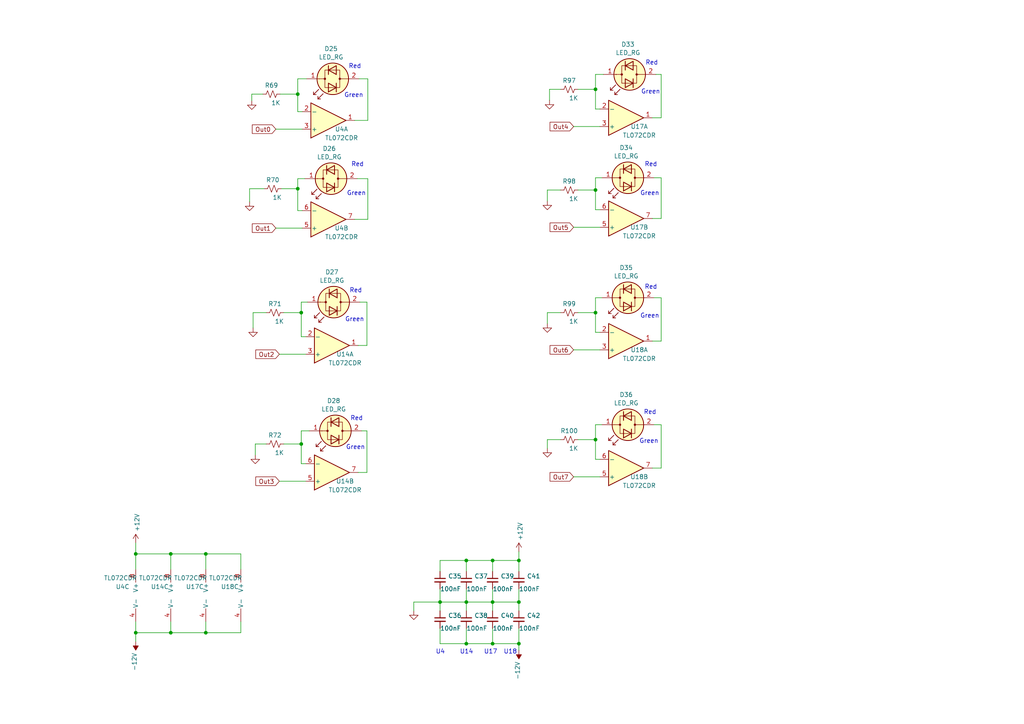
<source format=kicad_sch>
(kicad_sch (version 20231120) (generator "eeschema") (generator_version "8.0")
  (paper "A4")
  (title_block (title "Thor's Arsenal") (rev "0.2"))
  (lib_symbols
    (symbol "Amplifier_Operational:TL072" (pin_names (offset 0.127))
      (property "Reference" "U" (at 0 5.08 0))
      (property "Value" "TL072" (at 0 -5.08 0))
      (symbol "TL072_1_1"
        (polyline (pts (xy -5.08 5.08) (xy 5.08 0) (xy -5.08 -5.08) (xy -5.08 5.08)) (stroke (width 0.254)) (fill (type background)))
        (pin output line (at 7.62 0 180) (length 2.54) (name "~") (number "1"))
        (pin input line (at -7.62 -2.54 0) (length 2.54) (name "-") (number "2"))
        (pin input line (at -7.62 2.54 0) (length 2.54) (name "+") (number "3"))
      )
      (symbol "TL072_2_1"
        (polyline (pts (xy -5.08 5.08) (xy 5.08 0) (xy -5.08 -5.08) (xy -5.08 5.08)) (stroke (width 0.254)) (fill (type background)))
        (pin input line (at -7.62 2.54 0) (length 2.54) (name "+") (number "5"))
        (pin input line (at -7.62 -2.54 0) (length 2.54) (name "-") (number "6"))
        (pin output line (at 7.62 0 180) (length 2.54) (name "~") (number "7"))
      )
      (symbol "TL072_3_1"
        (pin power_in line (at -2.54 -7.62 90) (length 3.81) (name "V-") (number "4"))
        (pin power_in line (at -2.54 7.62 270) (length 3.81) (name "V+") (number "8"))
      )
    )
    (symbol "Device:C_Small" (pin_numbers hide) (pin_names (offset 0.254) hide)
      (property "Reference" "C" (at 0.254 1.778 0))
      (property "Value" "C_Small" (at 0.254 -2.032 0))
      (symbol "C_Small_0_1"
        (polyline (pts (xy -1.524 -0.508) (xy 1.524 -0.508)) (stroke (width 0.3302)))
        (polyline (pts (xy -1.524 0.508) (xy 1.524 0.508)) (stroke (width 0.3048)))
      )
      (symbol "C_Small_1_1"
        (pin passive line (at 0 2.54 270) (length 2.032) (name "~") (number "1"))
        (pin passive line (at 0 -2.54 90) (length 2.032) (name "~") (number "2"))
      )
    )
    (symbol "Device:LED_Dual_Bidirectional" (pin_names (offset 0) hide)
      (property "Reference" "D" (at 0 5.715 0))
      (property "Value" "LED_Dual_Bidirectional" (at 0 -6.35 0))
      (symbol "LED_Dual_Bidirectional_0_1"
        (circle (center -2.032 0) (radius 0.254) (fill (type outline)))
        (polyline (pts (xy -4.572 0) (xy -2.54 0)))
        (polyline (pts (xy -2.032 0) (xy -2.54 0)))
        (polyline (pts (xy -1.016 3.81) (xy -1.016 1.27)) (stroke (width 0.254)))
        (polyline (pts (xy 1.27 -1.27) (xy 1.27 -3.81)) (stroke (width 0.254)))
        (polyline (pts (xy 4.064 0) (xy 2.286 0)) (fill (type outline)))
        (polyline (pts (xy 4.318 5.842) (xy 4.318 5.08)) (stroke (width 0.2032)))
        (polyline (pts (xy 5.588 4.572) (xy 5.588 3.81)) (stroke (width 0.2032)))
        (polyline (pts (xy 2.794 4.318) (xy 4.318 5.842) (xy 3.556 5.842)) (stroke (width 0.2032)))
        (polyline (pts (xy 4.064 3.048) (xy 5.588 4.572) (xy 4.826 4.572)) (stroke (width 0.2032)))
        (polyline (pts (xy -1.016 -1.27) (xy -1.016 -3.81) (xy 1.27 -2.54) (xy -1.016 -1.27)) (stroke (width 0.254)))
        (polyline (pts (xy 1.27 3.81) (xy 1.27 1.27) (xy -1.016 2.54) (xy 1.27 3.81)) (stroke (width 0.254)))
        (polyline (pts (xy 2.286 2.54) (xy -2.032 2.54) (xy -2.032 -2.54) (xy 2.286 -2.54) (xy 2.286 2.54)))
        (circle (center 0 0) (radius 4.572) (stroke (width 0.254)) (fill (type background)))
        (circle (center 2.286 0) (radius 0.254) (fill (type outline)))
      )
      (symbol "LED_Dual_Bidirectional_1_1"
        (pin input line (at 7.62 0 180) (length 3.81) (name "KA") (number "1"))
        (pin input line (at -7.62 0 0) (length 3.048) (name "AK") (number "2"))
      )
    )
    (symbol "Device:R_Small_US" (pin_numbers hide) (pin_names (offset 0.254) hide)
      (property "Reference" "R" (at 0.762 0.508 0))
      (property "Value" "R_Small_US" (at 0.762 -1.016 0))
      (symbol "R_Small_US_1_1"
        (polyline (pts (xy 0 0) (xy 1.016 -0.381) (xy 0 -0.762) (xy -1.016 -1.143) (xy 0 -1.524)))
        (polyline (pts (xy 0 1.524) (xy 1.016 1.143) (xy 0 0.762) (xy -1.016 0.381) (xy 0 0)))
        (pin passive line (at 0 2.54 270) (length 1.016) (name "~") (number "1"))
        (pin passive line (at 0 -2.54 90) (length 1.016) (name "~") (number "2"))
      )
    )
    (symbol "power:+12V" (power) (pin_names (offset 0))
      (property "Value" "+12V" (at 0 3.556 0))
      (symbol "+12V_0_1"
        (polyline (pts (xy -0.762 1.27) (xy 0 2.54)))
        (polyline (pts (xy 0 0) (xy 0 2.54)))
        (polyline (pts (xy 0 2.54) (xy 0.762 1.27)))
      )
      (symbol "+12V_1_1"
        (pin power_in line (at 0 0 90) (length 0) hide (name "+12V") (number "1"))
      )
    )
    (symbol "power:-12V" (power) (pin_names (offset 0))
      (property "Value" "-12V" (at 0 3.81 0))
      (symbol "-12V_0_0"
        (pin power_in line (at 0 0 90) (length 0) hide (name "-12V") (number "1"))
      )
      (symbol "-12V_0_1"
        (polyline (pts (xy 0 0) (xy 0 1.27) (xy 0.762 1.27) (xy 0 2.54) (xy -0.762 1.27) (xy 0 1.27)) (fill (type outline)))
      )
    )
    (symbol "power:GND" (power) (pin_names (offset 0))
      (property "Value" "GND" (at 0 -3.81 0))
      (symbol "GND_0_1"
        (polyline (pts (xy 0 0) (xy 0 -1.27) (xy 1.27 -1.27) (xy 0 -2.54) (xy -1.27 -1.27) (xy 0 -1.27)))
      )
      (symbol "GND_1_1"
        (pin power_in line (at 0 0 270) (length 0) hide (name "GND") (number "1"))
      )
    )
  )
  (junction (at 59.69 160.655))
  (junction (at 135.255 174.625))
  (junction (at 150.495 162.56))
  (junction (at 142.875 186.69))
  (junction (at 49.53 183.515))
  (junction (at 150.495 174.625))
  (junction (at 39.37 160.655))
  (junction (at 59.69 183.515))
  (junction (at 135.255 186.69))
  (junction (at 142.875 162.56))
  (junction (at 150.495 186.69))
  (junction (at 86.36 27.305))
  (junction (at 39.37 183.515))
  (junction (at 142.875 174.625))
  (junction (at 172.72 127.508))
  (junction (at 172.72 90.678))
  (junction (at 172.72 55.118))
  (junction (at 127.635 174.625))
  (junction (at 172.72 25.908))
  (junction (at 87.376 128.778))
  (junction (at 87.376 90.678))
  (junction (at 49.53 160.655))
  (junction (at 135.255 162.56))
  (junction (at 86.36 54.737))
  (wire (pts (xy 135.255 174.625) (xy 135.255 177.165)))
  (wire (pts (xy 127.635 170.815) (xy 127.635 174.625)))
  (wire (pts (xy 74.041 128.778) (xy 74.041 131.953)))
  (wire (pts (xy 81.28 27.305) (xy 86.36 27.305)))
  (wire (pts (xy 167.64 25.908) (xy 172.72 25.908)))
  (wire (pts (xy 173.99 65.913) (xy 166.37 65.913)))
  (wire (pts (xy 73.406 90.678) (xy 73.406 95.123)))
  (wire (pts (xy 59.69 160.655) (xy 49.53 160.655)))
  (wire (pts (xy 173.99 60.833) (xy 172.72 60.833)))
  (wire (pts (xy 49.53 160.655) (xy 49.53 165.1)))
  (wire (pts (xy 86.36 22.86) (xy 86.36 27.305)))
  (wire (pts (xy 172.72 51.562) (xy 172.72 55.118)))
  (wire (pts (xy 104.394 87.63) (xy 106.426 87.63)))
  (wire (pts (xy 191.77 98.933) (xy 189.23 98.933)))
  (wire (pts (xy 142.875 182.245) (xy 142.875 186.69)))
  (wire (pts (xy 81.661 54.737) (xy 86.36 54.737)))
  (wire (pts (xy 106.426 100.203) (xy 103.886 100.203)))
  (wire (pts (xy 49.53 180.34) (xy 49.53 183.515)))
  (wire (pts (xy 135.255 162.56) (xy 135.255 165.735)))
  (wire (pts (xy 127.635 165.735) (xy 127.635 162.56)))
  (wire (pts (xy 175.006 21.59) (xy 172.72 21.59)))
  (wire (pts (xy 59.69 183.515) (xy 49.53 183.515)))
  (wire (pts (xy 172.72 86.36) (xy 172.72 90.678)))
  (wire (pts (xy 142.875 174.625) (xy 142.875 177.165)))
  (wire (pts (xy 106.68 34.925) (xy 102.87 34.925)))
  (wire (pts (xy 172.72 31.623) (xy 172.72 25.908)))
  (wire (pts (xy 158.75 55.118) (xy 158.75 58.293)))
  (wire (pts (xy 135.255 186.69) (xy 142.875 186.69)))
  (wire (pts (xy 172.72 96.393) (xy 172.72 90.678)))
  (wire (pts (xy 189.738 86.36) (xy 191.77 86.36)))
  (wire (pts (xy 150.495 186.69) (xy 150.495 188.595)))
  (wire (pts (xy 191.77 51.562) (xy 191.77 63.373)))
  (wire (pts (xy 127.635 186.69) (xy 135.255 186.69)))
  (wire (pts (xy 106.426 137.033) (xy 103.886 137.033)))
  (wire (pts (xy 127.635 174.625) (xy 127.635 177.165)))
  (wire (pts (xy 87.63 66.167) (xy 80.01 66.167)))
  (wire (pts (xy 87.376 124.968) (xy 89.662 124.968)))
  (wire (pts (xy 135.255 174.625) (xy 127.635 174.625)))
  (wire (pts (xy 104.14 22.86) (xy 106.68 22.86)))
  (wire (pts (xy 106.68 63.627) (xy 102.87 63.627)))
  (wire (pts (xy 88.646 139.573) (xy 81.026 139.573)))
  (wire (pts (xy 87.376 128.778) (xy 87.376 134.493)))
  (wire (pts (xy 172.72 21.59) (xy 172.72 25.908)))
  (wire (pts (xy 135.255 182.245) (xy 135.255 186.69)))
  (wire (pts (xy 87.376 87.63) (xy 87.376 90.678)))
  (wire (pts (xy 73.406 90.678) (xy 77.216 90.678)))
  (wire (pts (xy 150.495 182.245) (xy 150.495 186.69)))
  (wire (pts (xy 167.64 55.118) (xy 172.72 55.118)))
  (wire (pts (xy 106.68 51.816) (xy 106.68 63.627)))
  (wire (pts (xy 59.69 160.655) (xy 59.69 165.1)))
  (wire (pts (xy 158.75 90.678) (xy 158.75 93.853)))
  (wire (pts (xy 87.376 87.63) (xy 89.154 87.63)))
  (wire (pts (xy 191.77 21.59) (xy 191.77 34.163)))
  (wire (pts (xy 69.85 183.515) (xy 59.69 183.515)))
  (wire (pts (xy 39.37 160.655) (xy 39.37 165.1)))
  (wire (pts (xy 173.99 31.623) (xy 172.72 31.623)))
  (wire (pts (xy 142.875 162.56) (xy 142.875 165.735)))
  (wire (pts (xy 173.99 96.393) (xy 172.72 96.393)))
  (wire (pts (xy 86.36 51.816) (xy 88.392 51.816)))
  (wire (pts (xy 82.296 90.678) (xy 87.376 90.678)))
  (wire (pts (xy 86.36 22.86) (xy 88.9 22.86)))
  (wire (pts (xy 189.23 135.763) (xy 191.77 135.763)))
  (wire (pts (xy 73.025 27.305) (xy 73.025 29.21)))
  (wire (pts (xy 189.738 51.562) (xy 191.77 51.562)))
  (wire (pts (xy 49.53 183.515) (xy 39.37 183.515)))
  (wire (pts (xy 135.255 170.815) (xy 135.255 174.625)))
  (wire (pts (xy 172.72 123.19) (xy 172.72 127.508)))
  (wire (pts (xy 142.875 186.69) (xy 150.495 186.69)))
  (wire (pts (xy 159.385 25.908) (xy 159.385 29.083)))
  (wire (pts (xy 174.498 51.562) (xy 172.72 51.562)))
  (wire (pts (xy 174.498 123.19) (xy 172.72 123.19)))
  (wire (pts (xy 167.64 90.678) (xy 172.72 90.678)))
  (wire (pts (xy 173.99 133.223) (xy 172.72 133.223)))
  (wire (pts (xy 86.36 61.087) (xy 86.36 54.737)))
  (wire (pts (xy 172.72 133.223) (xy 172.72 127.508)))
  (wire (pts (xy 72.39 54.737) (xy 72.39 58.547)))
  (wire (pts (xy 159.385 25.908) (xy 162.56 25.908)))
  (wire (pts (xy 86.36 32.385) (xy 86.36 27.305)))
  (wire (pts (xy 142.875 174.625) (xy 150.495 174.625)))
  (wire (pts (xy 150.495 160.02) (xy 150.495 162.56)))
  (wire (pts (xy 69.85 160.655) (xy 59.69 160.655)))
  (wire (pts (xy 87.63 32.385) (xy 86.36 32.385)))
  (wire (pts (xy 191.77 34.163) (xy 189.23 34.163)))
  (wire (pts (xy 87.376 97.663) (xy 87.376 90.678)))
  (wire (pts (xy 69.85 165.1) (xy 69.85 160.655)))
  (wire (pts (xy 39.37 183.515) (xy 39.37 180.34)))
  (wire (pts (xy 158.75 127.508) (xy 162.56 127.508)))
  (wire (pts (xy 191.77 63.373) (xy 189.23 63.373)))
  (wire (pts (xy 158.75 55.118) (xy 162.56 55.118)))
  (wire (pts (xy 88.646 134.493) (xy 87.376 134.493)))
  (wire (pts (xy 142.875 170.815) (xy 142.875 174.625)))
  (wire (pts (xy 88.646 102.743) (xy 81.026 102.743)))
  (wire (pts (xy 88.646 97.663) (xy 87.376 97.663)))
  (wire (pts (xy 135.255 162.56) (xy 142.875 162.56)))
  (wire (pts (xy 142.875 174.625) (xy 135.255 174.625)))
  (wire (pts (xy 172.72 55.118) (xy 172.72 60.833)))
  (wire (pts (xy 174.498 86.36) (xy 172.72 86.36)))
  (wire (pts (xy 106.426 124.968) (xy 106.426 137.033)))
  (wire (pts (xy 150.495 170.815) (xy 150.495 174.625)))
  (wire (pts (xy 191.77 123.19) (xy 191.77 135.763)))
  (wire (pts (xy 49.53 160.655) (xy 39.37 160.655)))
  (wire (pts (xy 106.426 87.63) (xy 106.426 100.203)))
  (wire (pts (xy 190.246 21.59) (xy 191.77 21.59)))
  (wire (pts (xy 39.37 157.48) (xy 39.37 160.655)))
  (wire (pts (xy 104.902 124.968) (xy 106.426 124.968)))
  (wire (pts (xy 150.495 162.56) (xy 150.495 165.735)))
  (wire (pts (xy 167.64 127.508) (xy 172.72 127.508)))
  (wire (pts (xy 158.75 130.048) (xy 158.75 127.508)))
  (wire (pts (xy 173.99 101.473) (xy 166.37 101.473)))
  (wire (pts (xy 87.376 124.968) (xy 87.376 128.778)))
  (wire (pts (xy 142.875 162.56) (xy 150.495 162.56)))
  (wire (pts (xy 73.025 27.305) (xy 76.2 27.305)))
  (wire (pts (xy 191.77 86.36) (xy 191.77 98.933)))
  (wire (pts (xy 158.75 90.678) (xy 162.56 90.678)))
  (wire (pts (xy 72.39 54.737) (xy 76.581 54.737)))
  (wire (pts (xy 82.296 128.778) (xy 87.376 128.778)))
  (wire (pts (xy 86.36 51.816) (xy 86.36 54.737)))
  (wire (pts (xy 87.63 61.087) (xy 86.36 61.087)))
  (wire (pts (xy 74.041 128.778) (xy 77.216 128.778)))
  (wire (pts (xy 127.635 162.56) (xy 135.255 162.56)))
  (wire (pts (xy 173.99 138.303) (xy 166.37 138.303)))
  (wire (pts (xy 150.495 174.625) (xy 150.495 177.165)))
  (wire (pts (xy 120.015 177.165) (xy 120.015 174.625)))
  (wire (pts (xy 106.68 22.86) (xy 106.68 34.925)))
  (wire (pts (xy 69.85 180.34) (xy 69.85 183.515)))
  (wire (pts (xy 87.63 37.465) (xy 80.01 37.465)))
  (wire (pts (xy 173.99 36.703) (xy 166.37 36.703)))
  (wire (pts (xy 39.37 183.515) (xy 39.37 186.055)))
  (wire (pts (xy 120.015 174.625) (xy 127.635 174.625)))
  (wire (pts (xy 189.738 123.19) (xy 191.77 123.19)))
  (wire (pts (xy 127.635 182.245) (xy 127.635 186.69)))
  (wire (pts (xy 59.69 180.34) (xy 59.69 183.515)))
  (wire (pts (xy 103.632 51.816) (xy 106.68 51.816)))
  (text "Red" (at 101.346 85.09 0) (effects (font (size 1.27 1.27)) (justify left bottom)))
  (text "Red" (at 101.092 20.066 0) (effects (font (size 1.27 1.27)) (justify left bottom)))
  (text "Red" (at 101.6 122.174 0) (effects (font (size 1.27 1.27)) (justify left bottom)))
  (text "Green" (at 100.584 56.896 0) (effects (font (size 1.27 1.27)) (justify left bottom)))
  (text "Red" (at 187.198 19.05 0) (effects (font (size 1.27 1.27)) (justify left bottom)))
  (text "Green" (at 100.33 130.556 0) (effects (font (size 1.27 1.27)) (justify left bottom)))
  (text "Red" (at 186.944 84.074 0) (effects (font (size 1.27 1.27)) (justify left bottom)))
  (text "Green" (at 99.822 28.448 0) (effects (font (size 1.27 1.27)) (justify left bottom)))
  (text "U14" (at 133.35 189.865 0) (effects (font (size 1.27 1.27)) (justify left bottom)))
  (text "Green" (at 185.674 56.896 0) (effects (font (size 1.27 1.27)) (justify left bottom)))
  (text "U4" (at 126.365 189.865 0) (effects (font (size 1.27 1.27)) (justify left bottom)))
  (text "Red" (at 101.854 48.514 0) (effects (font (size 1.27 1.27)) (justify left bottom)))
  (text "U18" (at 146.05 189.865 0) (effects (font (size 1.27 1.27)) (justify left bottom)))
  (text "Red" (at 186.69 120.396 0) (effects (font (size 1.27 1.27)) (justify left bottom)))
  (text "Green" (at 185.674 92.456 0) (effects (font (size 1.27 1.27)) (justify left bottom)))
  (text "Green" (at 100.076 93.472 0) (effects (font (size 1.27 1.27)) (justify left bottom)))
  (text "Green" (at 185.928 27.432 0) (effects (font (size 1.27 1.27)) (justify left bottom)))
  (text "Red" (at 186.944 48.514 0) (effects (font (size 1.27 1.27)) (justify left bottom)))
  (text "Green" (at 185.42 128.778 0) (effects (font (size 1.27 1.27)) (justify left bottom)))
  (text "U17" (at 140.335 189.865 0) (effects (font (size 1.27 1.27)) (justify left bottom)))
  (global_label "Out5" (shape input) (at 166.37 65.913 180) (property "Intersheetrefs" "${INTERSHEET_REFS}" (effects (hide yes))))
  (global_label "Out4" (shape input) (at 166.37 36.703 180) (property "Intersheetrefs" "${INTERSHEET_REFS}" (effects (hide yes))))
  (global_label "Out7" (shape input) (at 166.37 138.303 180) (property "Intersheetrefs" "${INTERSHEET_REFS}" (effects (hide yes))))
  (global_label "Out2" (shape input) (at 81.026 102.743 180) (property "Intersheetrefs" "${INTERSHEET_REFS}" (effects (hide yes))))
  (global_label "Out0" (shape input) (at 80.01 37.465 180) (property "Intersheetrefs" "${INTERSHEET_REFS}" (effects (hide yes))))
  (global_label "Out3" (shape input) (at 81.026 139.573 180) (property "Intersheetrefs" "${INTERSHEET_REFS}" (effects (hide yes))))
  (global_label "Out6" (shape input) (at 166.37 101.473 180) (property "Intersheetrefs" "${INTERSHEET_REFS}" (effects (hide yes))))
  (global_label "Out1" (shape input) (at 80.01 66.167 180) (property "Intersheetrefs" "${INTERSHEET_REFS}" (effects (hide yes))))
  (symbol (lib_id "Amplifier_Operational:TL072") (at 57.15 172.72 0) (mirror y) (unit 3)
    (property "Reference" "U17" (at 56.515 170.18 0))
    (property "Value" "TL072CDR" (at 55.245 167.64 0))
    (property "Footprint" "Package_SO:SOIC-8_3.9x4.9mm_P1.27mm" (effects (hide yes)))
    (property "Datasheet" "http://www.ti.com/lit/ds/symlink/tl071.pdf" (effects (hide yes)))
    (property "Digi-Key Part" "296-1282-1-ND" (effects (hide yes)))
    (property "LCSC Part #" "C6961" (effects (hide yes)))
  )
  (symbol (lib_id "power:+12V") (at 150.495 160.02 0) (unit 1)
    (property "Reference" "#PWR094" (effects (hide yes)))
    (property "Value" "+12V" (at 150.876 156.7688 90) (effects (justify left)))
  )
  (symbol (lib_id "Amplifier_Operational:TL072") (at 181.61 135.763 0) (mirror x) (unit 2)
    (property "Reference" "U18" (at 185.42 138.303 0))
    (property "Value" "TL072CDR" (at 185.42 140.843 0))
    (property "Footprint" "Package_SO:SOIC-8_3.9x4.9mm_P1.27mm" (effects (hide yes)))
    (property "Datasheet" "http://www.ti.com/lit/ds/symlink/tl071.pdf" (effects (hide yes)))
    (property "Digi-Key Part" "296-1282-1-ND" (effects (hide yes)))
    (property "LCSC Part #" "C6961" (effects (hide yes)))
  )
  (symbol (lib_id "Amplifier_Operational:TL072") (at 181.61 34.163 0) (mirror x) (unit 1)
    (property "Reference" "U17" (at 185.42 36.703 0))
    (property "Value" "TL072CDR" (at 185.42 39.243 0))
    (property "Footprint" "Package_SO:SOIC-8_3.9x4.9mm_P1.27mm" (effects (hide yes)))
    (property "Datasheet" "http://www.ti.com/lit/ds/symlink/tl071.pdf" (effects (hide yes)))
    (property "Digi-Key Part" "296-1282-1-ND" (effects (hide yes)))
    (property "LCSC Part #" "C6961" (effects (hide yes)))
  )
  (symbol (lib_id "Device:R_Small_US") (at 78.74 27.305 90) (unit 1)
    (property "Reference" "R69" (at 78.74 24.765 90))
    (property "Value" "1K" (at 80.01 29.845 90))
    (property "Footprint" "Resistor_SMD:R_0805_2012Metric_Pad1.20x1.40mm_HandSolder" (effects (hide yes)))
    (property "Digi-Key Part" "RNCP0805FTD1K00CT-ND" (effects (hide yes)))
    (property "LCSC Part #" "C17513" (effects (hide yes)))
  )
  (symbol (lib_id "power:GND") (at 159.385 29.083 0) (unit 1)
    (property "Reference" "#PWR0116" (effects (hide yes)))
    (property "Value" "GND" (effects (hide yes)))
  )
  (symbol (lib_id "power:-12V") (at 150.495 188.595 180) (unit 1)
    (property "Reference" "#PWR095" (effects (hide yes)))
    (property "Value" "-12V" (at 150.114 191.8462 90) (effects (justify left)))
  )
  (symbol (lib_id "Device:R_Small_US") (at 165.1 127.508 90) (unit 1)
    (property "Reference" "R100" (at 165.1 124.968 90))
    (property "Value" "1K" (at 166.37 130.048 90))
    (property "Footprint" "Resistor_SMD:R_0805_2012Metric_Pad1.20x1.40mm_HandSolder" (effects (hide yes)))
    (property "Digi-Key Part" "RNCP0805FTD1K00CT-ND" (effects (hide yes)))
    (property "LCSC Part #" "C17513" (effects (hide yes)))
  )
  (symbol (lib_id "Device:LED_Dual_Bidirectional") (at 182.118 86.36 180) (unit 1)
    (property "Reference" "D35" (at 181.6227 77.6435 0))
    (property "Value" "LED_RG" (at 181.6227 80.0678 0))
    (property "Footprint" "LED_THT:LED_D3.0mm" (effects (hide yes)))
    (property "Description" "Dual LED, bidirectional" (effects (hide yes)))
    (property "Digi-Key Part" "754-WP937SURKCGKW-ND" (effects (hide yes)))
  )
  (symbol (lib_id "Device:LED_Dual_Bidirectional") (at 96.012 51.816 180) (unit 1)
    (property "Reference" "D26" (at 95.5167 43.0995 0))
    (property "Value" "LED_RG" (at 95.5167 45.5238 0))
    (property "Footprint" "LED_THT:LED_D3.0mm" (effects (hide yes)))
    (property "Description" "Dual LED, bidirectional" (effects (hide yes)))
    (property "Digi-Key Part" "754-WP937SURKCGKW-ND" (effects (hide yes)))
  )
  (symbol (lib_id "Device:C_Small") (at 150.495 179.705 0) (unit 1)
    (property "Reference" "C42" (at 152.8318 178.5366 0) (effects (justify left)))
    (property "Value" "100nF" (at 150.495 182.245 0) (effects (justify left)))
    (property "Footprint" "Capacitor_SMD:C_0603_1608Metric" (effects (hide yes)))
    (property "Datasheet" "http://datasheets.avx.com/SR-Series.pdf" (effects (hide yes)))
    (property "Digi-Key Part" "478-10836-1-ND" (effects (hide yes)))
    (property "LCSC Part #" "C14663" (effects (hide yes)))
  )
  (symbol (lib_id "power:GND") (at 158.75 58.293 0) (unit 1)
    (property "Reference" "#PWR0115" (effects (hide yes)))
    (property "Value" "GND" (effects (hide yes)))
  )
  (symbol (lib_id "Device:R_Small_US") (at 79.121 54.737 90) (unit 1)
    (property "Reference" "R70" (at 79.121 52.197 90))
    (property "Value" "1K" (at 80.391 57.277 90))
    (property "Footprint" "Resistor_SMD:R_0805_2012Metric_Pad1.20x1.40mm_HandSolder" (effects (hide yes)))
    (property "Digi-Key Part" "RNCP0805FTD1K00CT-ND" (effects (hide yes)))
    (property "LCSC Part #" "C17513" (effects (hide yes)))
  )
  (symbol (lib_id "Device:LED_Dual_Bidirectional") (at 96.52 22.86 180) (unit 1)
    (property "Reference" "D25" (at 96.0247 14.1435 0))
    (property "Value" "LED_RG" (at 96.0247 16.5678 0))
    (property "Footprint" "LED_THT:LED_D3.0mm" (effects (hide yes)))
    (property "Description" "Dual LED, bidirectional" (effects (hide yes)))
    (property "Digi-Key Part" "754-WP937SURKCGKW-ND" (effects (hide yes)))
  )
  (symbol (lib_id "power:GND") (at 158.75 93.853 0) (unit 1)
    (property "Reference" "#PWR0111" (effects (hide yes)))
    (property "Value" "GND" (effects (hide yes)))
  )
  (symbol (lib_id "power:GND") (at 72.39 58.547 0) (unit 1)
    (property "Reference" "#PWR068" (effects (hide yes)))
    (property "Value" "GND" (effects (hide yes)))
  )
  (symbol (lib_id "Device:LED_Dual_Bidirectional") (at 182.118 123.19 180) (unit 1)
    (property "Reference" "D36" (at 181.6227 114.4735 0))
    (property "Value" "LED_RG" (at 181.6227 116.8978 0))
    (property "Footprint" "LED_THT:LED_D3.0mm" (effects (hide yes)))
    (property "Description" "Dual LED, bidirectional" (effects (hide yes)))
    (property "Digi-Key Part" "754-WP937SURKCGKW-ND" (effects (hide yes)))
  )
  (symbol (lib_id "Amplifier_Operational:TL072") (at 36.83 172.72 0) (mirror y) (unit 3)
    (property "Reference" "U4" (at 35.56 170.18 0))
    (property "Value" "TL072CDR" (at 34.925 167.64 0))
    (property "Footprint" "Package_SO:SOIC-8_3.9x4.9mm_P1.27mm" (effects (hide yes)))
    (property "Datasheet" "http://www.ti.com/lit/ds/symlink/tl071.pdf" (effects (hide yes)))
    (property "Digi-Key Part" "296-1282-1-ND" (effects (hide yes)))
    (property "LCSC Part #" "C6961" (effects (hide yes)))
  )
  (symbol (lib_id "power:GND") (at 74.041 131.953 0) (unit 1)
    (property "Reference" "#PWR0109" (effects (hide yes)))
    (property "Value" "GND" (effects (hide yes)))
  )
  (symbol (lib_id "power:GND") (at 73.406 95.123 0) (unit 1)
    (property "Reference" "#PWR0108" (effects (hide yes)))
    (property "Value" "GND" (effects (hide yes)))
  )
  (symbol (lib_id "Amplifier_Operational:TL072") (at 95.25 63.627 0) (mirror x) (unit 2)
    (property "Reference" "U4" (at 99.06 66.167 0))
    (property "Value" "TL072CDR" (at 99.06 68.707 0))
    (property "Footprint" "Package_SO:SOIC-8_3.9x4.9mm_P1.27mm" (effects (hide yes)))
    (property "Datasheet" "http://www.ti.com/lit/ds/symlink/tl071.pdf" (effects (hide yes)))
    (property "Digi-Key Part" "296-1282-1-ND" (effects (hide yes)))
    (property "LCSC Part #" "C6961" (effects (hide yes)))
  )
  (symbol (lib_id "Amplifier_Operational:TL072") (at 181.61 98.933 0) (mirror x) (unit 1)
    (property "Reference" "U18" (at 185.42 101.473 0))
    (property "Value" "TL072CDR" (at 185.42 104.013 0))
    (property "Footprint" "Package_SO:SOIC-8_3.9x4.9mm_P1.27mm" (effects (hide yes)))
    (property "Datasheet" "http://www.ti.com/lit/ds/symlink/tl071.pdf" (effects (hide yes)))
    (property "Digi-Key Part" "296-1282-1-ND" (effects (hide yes)))
    (property "LCSC Part #" "C6961" (effects (hide yes)))
  )
  (symbol (lib_id "power:GND") (at 73.025 29.21 0) (unit 1)
    (property "Reference" "#PWR062" (effects (hide yes)))
    (property "Value" "GND" (effects (hide yes)))
  )
  (symbol (lib_id "Device:R_Small_US") (at 79.756 128.778 90) (unit 1)
    (property "Reference" "R72" (at 79.756 126.238 90))
    (property "Value" "1K" (at 81.026 131.318 90))
    (property "Footprint" "Resistor_SMD:R_0805_2012Metric_Pad1.20x1.40mm_HandSolder" (effects (hide yes)))
    (property "Digi-Key Part" "RNCP0805FTD1K00CT-ND" (effects (hide yes)))
    (property "LCSC Part #" "C17513" (effects (hide yes)))
  )
  (symbol (lib_id "Device:R_Small_US") (at 165.1 90.678 90) (unit 1)
    (property "Reference" "R99" (at 165.1 88.138 90))
    (property "Value" "1K" (at 166.37 93.218 90))
    (property "Footprint" "Resistor_SMD:R_0805_2012Metric_Pad1.20x1.40mm_HandSolder" (effects (hide yes)))
    (property "Digi-Key Part" "RNCP0805FTD1K00CT-ND" (effects (hide yes)))
    (property "LCSC Part #" "C17513" (effects (hide yes)))
  )
  (symbol (lib_id "Amplifier_Operational:TL072") (at 96.266 100.203 0) (mirror x) (unit 1)
    (property "Reference" "U14" (at 100.076 102.743 0))
    (property "Value" "TL072CDR" (at 100.076 105.283 0))
    (property "Footprint" "Package_SO:SOIC-8_3.9x4.9mm_P1.27mm" (effects (hide yes)))
    (property "Datasheet" "http://www.ti.com/lit/ds/symlink/tl071.pdf" (effects (hide yes)))
    (property "Digi-Key Part" "296-1282-1-ND" (effects (hide yes)))
    (property "LCSC Part #" "C6961" (effects (hide yes)))
  )
  (symbol (lib_id "Device:LED_Dual_Bidirectional") (at 97.282 124.968 180) (unit 1)
    (property "Reference" "D28" (at 96.7867 116.2515 0))
    (property "Value" "LED_RG" (at 96.7867 118.6758 0))
    (property "Footprint" "LED_THT:LED_D3.0mm" (effects (hide yes)))
    (property "Description" "Dual LED, bidirectional" (effects (hide yes)))
    (property "Digi-Key Part" "754-WP937SURKCGKW-ND" (effects (hide yes)))
  )
  (symbol (lib_id "Device:C_Small") (at 142.875 179.705 0) (unit 1)
    (property "Reference" "C40" (at 145.2118 178.5366 0) (effects (justify left)))
    (property "Value" "100nF" (at 142.875 182.245 0) (effects (justify left)))
    (property "Footprint" "Capacitor_SMD:C_0603_1608Metric" (effects (hide yes)))
    (property "Datasheet" "http://datasheets.avx.com/SR-Series.pdf" (effects (hide yes)))
    (property "Digi-Key Part" "478-10836-1-ND" (effects (hide yes)))
    (property "LCSC Part #" "C14663" (effects (hide yes)))
  )
  (symbol (lib_id "Amplifier_Operational:TL072") (at 46.99 172.72 0) (mirror y) (unit 3)
    (property "Reference" "U14" (at 46.355 170.18 0))
    (property "Value" "TL072CDR" (at 45.085 167.64 0))
    (property "Footprint" "Package_SO:SOIC-8_3.9x4.9mm_P1.27mm" (effects (hide yes)))
    (property "Datasheet" "http://www.ti.com/lit/ds/symlink/tl071.pdf" (effects (hide yes)))
    (property "Digi-Key Part" "296-1282-1-ND" (effects (hide yes)))
    (property "LCSC Part #" "C6961" (effects (hide yes)))
  )
  (symbol (lib_id "Device:LED_Dual_Bidirectional") (at 96.774 87.63 180) (unit 1)
    (property "Reference" "D27" (at 96.2787 78.9135 0))
    (property "Value" "LED_RG" (at 96.2787 81.3378 0))
    (property "Footprint" "LED_THT:LED_D3.0mm" (effects (hide yes)))
    (property "Description" "Dual LED, bidirectional" (effects (hide yes)))
    (property "Digi-Key Part" "754-WP937SURKCGKW-ND" (effects (hide yes)))
  )
  (symbol (lib_id "Device:R_Small_US") (at 165.1 55.118 90) (unit 1)
    (property "Reference" "R98" (at 165.1 52.578 90))
    (property "Value" "1K" (at 166.37 57.658 90))
    (property "Footprint" "Resistor_SMD:R_0805_2012Metric_Pad1.20x1.40mm_HandSolder" (effects (hide yes)))
    (property "Digi-Key Part" "RNCP0805FTD1K00CT-ND" (effects (hide yes)))
    (property "LCSC Part #" "C17513" (effects (hide yes)))
  )
  (symbol (lib_id "power:+12V") (at 39.37 157.48 0) (unit 1)
    (property "Reference" "#PWR092" (effects (hide yes)))
    (property "Value" "+12V" (at 39.751 154.2288 90) (effects (justify left)))
  )
  (symbol (lib_id "Device:C_Small") (at 135.255 168.275 0) (unit 1)
    (property "Reference" "C37" (at 137.5918 167.1066 0) (effects (justify left)))
    (property "Value" "100nF" (at 135.255 170.815 0) (effects (justify left)))
    (property "Footprint" "Capacitor_SMD:C_0603_1608Metric" (effects (hide yes)))
    (property "Datasheet" "http://datasheets.avx.com/SR-Series.pdf" (effects (hide yes)))
    (property "Digi-Key Part" "478-10836-1-ND" (effects (hide yes)))
    (property "LCSC Part #" "C14663" (effects (hide yes)))
  )
  (symbol (lib_id "power:-12V") (at 39.37 186.055 180) (unit 1)
    (property "Reference" "#PWR093" (effects (hide yes)))
    (property "Value" "-12V" (at 38.989 189.3062 90) (effects (justify left)))
  )
  (symbol (lib_id "power:GND") (at 120.015 177.165 0) (unit 1)
    (property "Reference" "#PWR0103" (effects (hide yes)))
    (property "Value" "GND" (effects (hide yes)))
  )
  (symbol (lib_id "Device:C_Small") (at 135.255 179.705 0) (unit 1)
    (property "Reference" "C38" (at 137.5918 178.5366 0) (effects (justify left)))
    (property "Value" "100nF" (at 135.255 182.245 0) (effects (justify left)))
    (property "Footprint" "Capacitor_SMD:C_0603_1608Metric" (effects (hide yes)))
    (property "Datasheet" "http://datasheets.avx.com/SR-Series.pdf" (effects (hide yes)))
    (property "Digi-Key Part" "478-10836-1-ND" (effects (hide yes)))
    (property "LCSC Part #" "C14663" (effects (hide yes)))
  )
  (symbol (lib_id "Device:C_Small") (at 150.495 168.275 0) (unit 1)
    (property "Reference" "C41" (at 152.8318 167.1066 0) (effects (justify left)))
    (property "Value" "100nF" (at 150.495 170.815 0) (effects (justify left)))
    (property "Footprint" "Capacitor_SMD:C_0603_1608Metric" (effects (hide yes)))
    (property "Datasheet" "http://datasheets.avx.com/SR-Series.pdf" (effects (hide yes)))
    (property "Digi-Key Part" "478-10836-1-ND" (effects (hide yes)))
    (property "LCSC Part #" "C14663" (effects (hide yes)))
  )
  (symbol (lib_id "power:GND") (at 158.75 130.048 0) (unit 1)
    (property "Reference" "#PWR0110" (effects (hide yes)))
    (property "Value" "GND" (effects (hide yes)))
  )
  (symbol (lib_id "Device:LED_Dual_Bidirectional") (at 182.626 21.59 180) (unit 1)
    (property "Reference" "D33" (at 182.1307 12.8735 0))
    (property "Value" "LED_RG" (at 182.1307 15.2978 0))
    (property "Footprint" "LED_THT:LED_D3.0mm" (effects (hide yes)))
    (property "Description" "Dual LED, bidirectional" (effects (hide yes)))
    (property "Digi-Key Part" "754-WP937SURKCGKW-ND" (effects (hide yes)))
  )
  (symbol (lib_id "Device:R_Small_US") (at 79.756 90.678 90) (unit 1)
    (property "Reference" "R71" (at 79.756 88.138 90))
    (property "Value" "1K" (at 81.026 93.218 90))
    (property "Footprint" "Resistor_SMD:R_0805_2012Metric_Pad1.20x1.40mm_HandSolder" (effects (hide yes)))
    (property "Digi-Key Part" "RNCP0805FTD1K00CT-ND" (effects (hide yes)))
    (property "LCSC Part #" "C17513" (effects (hide yes)))
  )
  (symbol (lib_id "Device:C_Small") (at 127.635 168.275 0) (unit 1)
    (property "Reference" "C35" (at 129.9718 167.1066 0) (effects (justify left)))
    (property "Value" "100nF" (at 127.635 170.815 0) (effects (justify left)))
    (property "Footprint" "Capacitor_SMD:C_0603_1608Metric" (effects (hide yes)))
    (property "Datasheet" "http://datasheets.avx.com/SR-Series.pdf" (effects (hide yes)))
    (property "Digi-Key Part" "478-10836-1-ND" (effects (hide yes)))
    (property "LCSC Part #" "C14663" (effects (hide yes)))
  )
  (symbol (lib_id "Device:LED_Dual_Bidirectional") (at 182.118 51.562 180) (unit 1)
    (property "Reference" "D34" (at 181.6227 42.8455 0))
    (property "Value" "LED_RG" (at 181.6227 45.2698 0))
    (property "Footprint" "LED_THT:LED_D3.0mm" (effects (hide yes)))
    (property "Description" "Dual LED, bidirectional" (effects (hide yes)))
    (property "Digi-Key Part" "754-WP937SURKCGKW-ND" (effects (hide yes)))
  )
  (symbol (lib_id "Amplifier_Operational:TL072") (at 95.25 34.925 0) (mirror x) (unit 1)
    (property "Reference" "U4" (at 99.06 37.465 0))
    (property "Value" "TL072CDR" (at 99.06 40.005 0))
    (property "Footprint" "Package_SO:SOIC-8_3.9x4.9mm_P1.27mm" (effects (hide yes)))
    (property "Datasheet" "http://www.ti.com/lit/ds/symlink/tl071.pdf" (effects (hide yes)))
    (property "Digi-Key Part" "296-1282-1-ND" (effects (hide yes)))
    (property "LCSC Part #" "C6961" (effects (hide yes)))
  )
  (symbol (lib_id "Device:C_Small") (at 142.875 168.275 0) (unit 1)
    (property "Reference" "C39" (at 145.2118 167.1066 0) (effects (justify left)))
    (property "Value" "100nF" (at 142.875 170.815 0) (effects (justify left)))
    (property "Footprint" "Capacitor_SMD:C_0603_1608Metric" (effects (hide yes)))
    (property "Datasheet" "http://datasheets.avx.com/SR-Series.pdf" (effects (hide yes)))
    (property "Digi-Key Part" "478-10836-1-ND" (effects (hide yes)))
    (property "LCSC Part #" "C14663" (effects (hide yes)))
  )
  (symbol (lib_id "Amplifier_Operational:TL072") (at 181.61 63.373 0) (mirror x) (unit 2)
    (property "Reference" "U17" (at 185.42 65.913 0))
    (property "Value" "TL072CDR" (at 185.42 68.453 0))
    (property "Footprint" "Package_SO:SOIC-8_3.9x4.9mm_P1.27mm" (effects (hide yes)))
    (property "Datasheet" "http://www.ti.com/lit/ds/symlink/tl071.pdf" (effects (hide yes)))
    (property "Digi-Key Part" "296-1282-1-ND" (effects (hide yes)))
    (property "LCSC Part #" "C6961" (effects (hide yes)))
  )
  (symbol (lib_id "Device:C_Small") (at 127.635 179.705 0) (unit 1)
    (property "Reference" "C36" (at 129.9718 178.5366 0) (effects (justify left)))
    (property "Value" "100nF" (at 127.635 182.245 0) (effects (justify left)))
    (property "Footprint" "Capacitor_SMD:C_0603_1608Metric" (effects (hide yes)))
    (property "Datasheet" "http://datasheets.avx.com/SR-Series.pdf" (effects (hide yes)))
    (property "Digi-Key Part" "478-10836-1-ND" (effects (hide yes)))
    (property "LCSC Part #" "C14663" (effects (hide yes)))
  )
  (symbol (lib_id "Device:R_Small_US") (at 165.1 25.908 90) (unit 1)
    (property "Reference" "R97" (at 165.1 23.368 90))
    (property "Value" "1K" (at 166.37 28.448 90))
    (property "Footprint" "Resistor_SMD:R_0805_2012Metric_Pad1.20x1.40mm_HandSolder" (effects (hide yes)))
    (property "Digi-Key Part" "RNCP0805FTD1K00CT-ND" (effects (hide yes)))
    (property "LCSC Part #" "C17513" (effects (hide yes)))
  )
  (symbol (lib_id "Amplifier_Operational:TL072") (at 67.31 172.72 0) (mirror y) (unit 3)
    (property "Reference" "U18" (at 66.675 170.18 0))
    (property "Value" "TL072CDR" (at 65.405 167.64 0))
    (property "Footprint" "Package_SO:SOIC-8_3.9x4.9mm_P1.27mm" (effects (hide yes)))
    (property "Datasheet" "http://www.ti.com/lit/ds/symlink/tl071.pdf" (effects (hide yes)))
    (property "Digi-Key Part" "296-1282-1-ND" (effects (hide yes)))
    (property "LCSC Part #" "C6961" (effects (hide yes)))
  )
  (symbol (lib_id "Amplifier_Operational:TL072") (at 96.266 137.033 0) (mirror x) (unit 2)
    (property "Reference" "U14" (at 100.076 139.573 0))
    (property "Value" "TL072CDR" (at 100.076 142.113 0))
    (property "Footprint" "Package_SO:SOIC-8_3.9x4.9mm_P1.27mm" (effects (hide yes)))
    (property "Datasheet" "http://www.ti.com/lit/ds/symlink/tl071.pdf" (effects (hide yes)))
    (property "Digi-Key Part" "296-1282-1-ND" (effects (hide yes)))
    (property "LCSC Part #" "C6961" (effects (hide yes)))
  )
)
</source>
